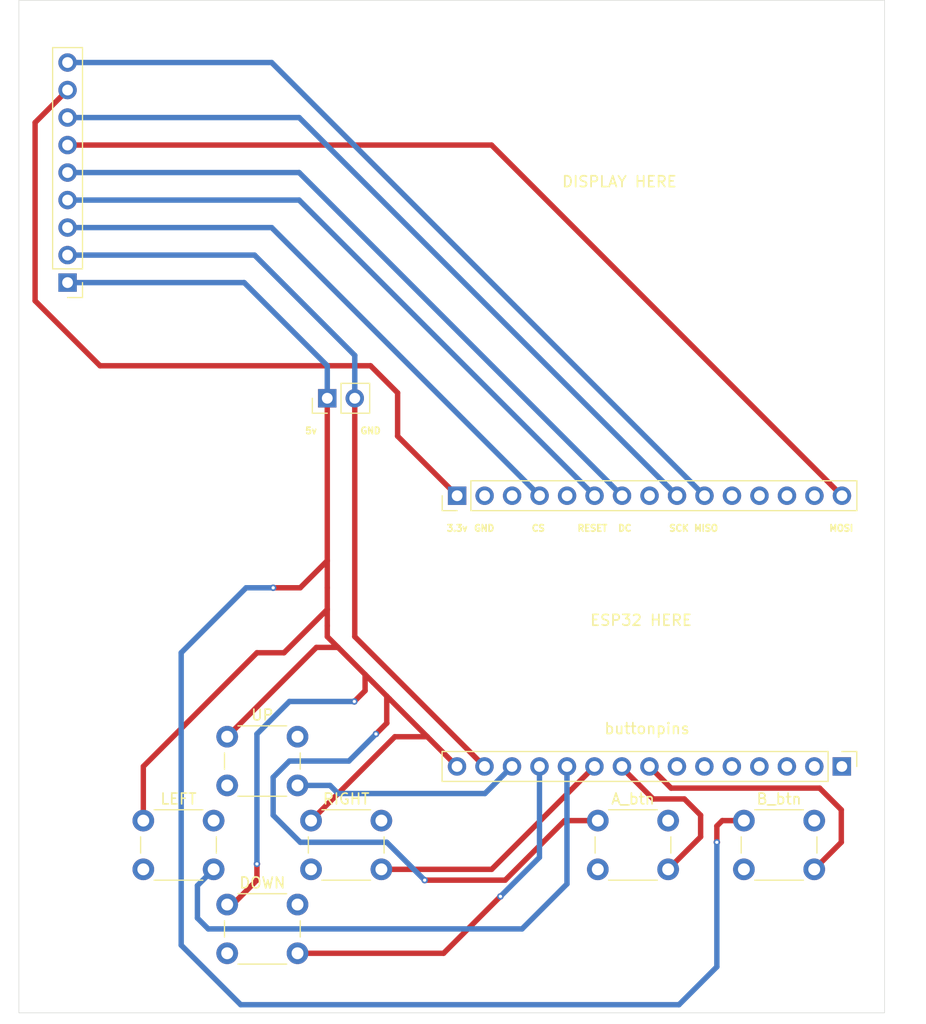
<source format=kicad_pcb>
(kicad_pcb (version 20241229) (generator "pcbnew") (generator_version "9.0")
  (layers (0 "F.Cu" signal) (2 "B.Cu" signal) (13 "F.Paste" user) (15 "B.Paste" user) (5 "F.SilkS" user "F.Silkscreen") (7 "B.SilkS" user "B.Silkscreen") (1 "F.Mask" user) (3 "B.Mask" user) (25 "Edge.Cuts" user))
  (net 0 "")
  (net 1 "Net-(buttonpins1-Pin_9)")
  (net 2 "Net-(J2-Pin_1)")
  (net 3 "Net-(buttonpins1-Pin_8)")
  (net 4 "Net-(buttonpins1-Pin_10)")
  (net 7 "Net-(buttonpins1-Pin_12)")
  (net 13 "Net-(J1-Pin_7)")
  (net 14 "Net-(J1-Pin_10)")
  (net 15 "Net-(J1-Pin_15)")
  (net 16 "Net-(J1-Pin_6)")
  (net 17 "Net-(J1-Pin_9)")
  (net 18 "Net-(J1-Pin_1)")
  (net 19 "Net-(J1-Pin_4)")
  (net 20 "Net-(buttonpins1-Pin_11)")
  (net 21 "Net-(buttonpins1-Pin_13)")
  (net 22 "Net-(J2-Pin_2)")
  (footprint "Connector_PinHeader_2.54mm:PinHeader_1x15_P2.54mm_Vertical" (layer "F.Cu") (at 202.55 120 -90)
    (property "Reference" "buttonpins" (at -3.5 18 0) (layer "F.SilkS"))
    (property "Value" "Conn_01x15_Pin")
    (fp_line (start -1.38 36.94) (end 1.38 36.94) (stroke (width 0.12)) (layer "F.SilkS"))
    (fp_line (start -1.38 1.27) (end -1.38 36.94) (stroke (width 0.12)) (layer "F.SilkS"))
    (fp_line (start -1.38 1.27) (end 1.38 1.27) (stroke (width 0.12)) (layer "F.SilkS"))
    (fp_line (start 1.38 1.27) (end 1.38 36.94) (stroke (width 0.12)) (layer "F.SilkS"))
    (fp_line (start -1.38 0) (end -1.38 -1.38) (stroke (width 0.12)) (layer "F.SilkS"))
    (fp_line (start -1.38 -1.38) (end 0 -1.38) (stroke (width 0.12)) (layer "F.SilkS"))
    (pad "1" thru_hole rect (at 0 0 270) (size 1.7 1.7) (drill 1) (layers "*.Cu" "*.Mask"))
    (pad "2" thru_hole circle (at 0 2.54 270) (size 1.7 1.7) (drill 1) (layers "*.Cu" "*.Mask"))
    (pad "3" thru_hole circle (at 0 5.08 270) (size 1.7 1.7) (drill 1) (layers "*.Cu" "*.Mask"))
    (pad "4" thru_hole circle (at 0 7.62 270) (size 1.7 1.7) (drill 1) (layers "*.Cu" "*.Mask"))
    (pad "5" thru_hole circle (at 0 10.16 270) (size 1.7 1.7) (drill 1) (layers "*.Cu" "*.Mask"))
    (pad "6" thru_hole circle (at 0 12.7 270) (size 1.7 1.7) (drill 1) (layers "*.Cu" "*.Mask"))
    (pad "7" thru_hole circle (at 0 15.24 270) (size 1.7 1.7) (drill 1) (layers "*.Cu" "*.Mask"))
    (pad "8" thru_hole circle (at 0 17.78 270) (size 1.7 1.7) (drill 1) (layers "*.Cu" "*.Mask") (net 3 "Net-(buttonpins1-Pin_8)"))
    (pad "9" thru_hole circle (at 0 20.32 270) (size 1.7 1.7) (drill 1) (layers "*.Cu" "*.Mask") (net 1 "Net-(buttonpins1-Pin_9)"))
    (pad "10" thru_hole circle (at 0 22.86 270) (size 1.7 1.7) (drill 1) (layers "*.Cu" "*.Mask") (net 4 "Net-(buttonpins1-Pin_10)"))
    (pad "11" thru_hole circle (at 0 25.4 270) (size 1.7 1.7) (drill 1) (layers "*.Cu" "*.Mask") (net 20 "Net-(buttonpins1-Pin_11)"))
    (pad "12" thru_hole circle (at 0 27.94 270) (size 1.7 1.7) (drill 1) (layers "*.Cu" "*.Mask") (net 7 "Net-(buttonpins1-Pin_12)"))
    (pad "13" thru_hole circle (at 0 30.48 270) (size 1.7 1.7) (drill 1) (layers "*.Cu" "*.Mask") (net 21 "Net-(buttonpins1-Pin_13)"))
    (pad "14" thru_hole circle (at 0 33.02 270) (size 1.7 1.7) (drill 1) (layers "*.Cu" "*.Mask") (net 2 "Net-(J2-Pin_1)"))
    (pad "15" thru_hole circle (at 0 35.56 270) (size 1.7 1.7) (drill 1) (layers "*.Cu" "*.Mask") (net 22 "Net-(J2-Pin_2)"))
  )
  (footprint "Button_Switch_THT:SW_PUSH_6mm_H5mm" (layer "F.Cu") (at 145.75 117.25)
    (property "Reference" "UP" (at 3.25 -2 0) (layer "F.SilkS"))
    (property "Value" "SW_Push")
    (fp_line (start -0.25 1.5) (end -0.25 3) (stroke (width 0.12)) (layer "F.SilkS"))
    (fp_line (start 1 5.5) (end 5.5 5.5) (stroke (width 0.12)) (layer "F.SilkS"))
    (fp_line (start 5.5 -1) (end 1 -1) (stroke (width 0.12)) (layer "F.SilkS"))
    (fp_line (start 6.75 3) (end 6.75 1.5) (stroke (width 0.12)) (layer "F.SilkS"))
    (pad "1" thru_hole circle (at 0 0 90) (size 2 2) (drill 1.1) (layers "*.Cu" "*.Mask") (net 22 "Net-(J2-Pin_2)"))
    (pad "1" thru_hole circle (at 6.5 0 90) (size 2 2) (drill 1.1) (layers "*.Cu" "*.Mask") (net 22 "Net-(J2-Pin_2)"))
    (pad "2" thru_hole circle (at 0 4.5 90) (size 2 2) (drill 1.1) (layers "*.Cu" "*.Mask") (net 21 "Net-(buttonpins1-Pin_13)"))
    (pad "2" thru_hole circle (at 6.5 4.5 90) (size 2 2) (drill 1.1) (layers "*.Cu" "*.Mask") (net 21 "Net-(buttonpins1-Pin_13)"))
  )
  (footprint "MountingHole:MountingHole_2mm" (layer "F.Cu") (at 139 140)
    (property "Reference" "REF**" (hide yes))
    (property "Value" "MountingHole_2mm")
    (pad "" np_thru_hole circle (at 0 0) (size 2 2) (drill 2) (layers "*.Cu" "*.Mask"))
  )
  (footprint "Button_Switch_THT:SW_PUSH_6mm_H5mm" (layer "F.Cu") (at 138 125)
    (property "Reference" "LEFT" (at 3.25 -2 0) (layer "F.SilkS"))
    (property "Value" "SW_Push")
    (fp_line (start -0.25 1.5) (end -0.25 3) (stroke (width 0.12)) (layer "F.SilkS"))
    (fp_line (start 1 5.5) (end 5.5 5.5) (stroke (width 0.12)) (layer "F.SilkS"))
    (fp_line (start 5.5 -1) (end 1 -1) (stroke (width 0.12)) (layer "F.SilkS"))
    (fp_line (start 6.75 3) (end 6.75 1.5) (stroke (width 0.12)) (layer "F.SilkS"))
    (pad "1" thru_hole circle (at 0 0 90) (size 2 2) (drill 1.1) (layers "*.Cu" "*.Mask") (net 22 "Net-(J2-Pin_2)"))
    (pad "1" thru_hole circle (at 6.5 0 90) (size 2 2) (drill 1.1) (layers "*.Cu" "*.Mask") (net 22 "Net-(J2-Pin_2)"))
    (pad "2" thru_hole circle (at 0 4.5 90) (size 2 2) (drill 1.1) (layers "*.Cu" "*.Mask") (net 20 "Net-(buttonpins1-Pin_11)"))
    (pad "2" thru_hole circle (at 6.5 4.5 90) (size 2 2) (drill 1.1) (layers "*.Cu" "*.Mask") (net 20 "Net-(buttonpins1-Pin_11)"))
  )
  (footprint "Button_Switch_THT:SW_PUSH_6mm_H5mm" (layer "F.Cu") (at 153.5 125)
    (property "Reference" "RIGHT" (at 3.25 -2 0) (layer "F.SilkS"))
    (property "Value" "SW_Push")
    (fp_line (start -0.25 1.5) (end -0.25 3) (stroke (width 0.12)) (layer "F.SilkS"))
    (fp_line (start 1 5.5) (end 5.5 5.5) (stroke (width 0.12)) (layer "F.SilkS"))
    (fp_line (start 5.5 -1) (end 1 -1) (stroke (width 0.12)) (layer "F.SilkS"))
    (fp_line (start 6.75 3) (end 6.75 1.5) (stroke (width 0.12)) (layer "F.SilkS"))
    (pad "1" thru_hole circle (at 0 0 90) (size 2 2) (drill 1.1) (layers "*.Cu" "*.Mask") (net 22 "Net-(J2-Pin_2)"))
    (pad "1" thru_hole circle (at 6.5 0 90) (size 2 2) (drill 1.1) (layers "*.Cu" "*.Mask") (net 22 "Net-(J2-Pin_2)"))
    (pad "2" thru_hole circle (at 0 4.5 90) (size 2 2) (drill 1.1) (layers "*.Cu" "*.Mask") (net 4 "Net-(buttonpins1-Pin_10)"))
    (pad "2" thru_hole circle (at 6.5 4.5 90) (size 2 2) (drill 1.1) (layers "*.Cu" "*.Mask") (net 4 "Net-(buttonpins1-Pin_10)"))
  )
  (footprint "Button_Switch_THT:SW_PUSH_6mm_H5mm" (layer "F.Cu") (at 145.75 132.75)
    (property "Reference" "DOWN" (at 3.25 -2 0) (layer "F.SilkS"))
    (property "Value" "SW_Push")
    (fp_line (start -0.25 1.5) (end -0.25 3) (stroke (width 0.12)) (layer "F.SilkS"))
    (fp_line (start 1 5.5) (end 5.5 5.5) (stroke (width 0.12)) (layer "F.SilkS"))
    (fp_line (start 5.5 -1) (end 1 -1) (stroke (width 0.12)) (layer "F.SilkS"))
    (fp_line (start 6.75 3) (end 6.75 1.5) (stroke (width 0.12)) (layer "F.SilkS"))
    (pad "1" thru_hole circle (at 0 0 90) (size 2 2) (drill 1.1) (layers "*.Cu" "*.Mask") (net 22 "Net-(J2-Pin_2)"))
    (pad "1" thru_hole circle (at 6.5 0 90) (size 2 2) (drill 1.1) (layers "*.Cu" "*.Mask") (net 22 "Net-(J2-Pin_2)"))
    (pad "2" thru_hole circle (at 0 4.5 90) (size 2 2) (drill 1.1) (layers "*.Cu" "*.Mask") (net 7 "Net-(buttonpins1-Pin_12)"))
    (pad "2" thru_hole circle (at 6.5 4.5 90) (size 2 2) (drill 1.1) (layers "*.Cu" "*.Mask") (net 7 "Net-(buttonpins1-Pin_12)"))
  )
  (footprint "Button_Switch_THT:SW_PUSH_6mm_H5mm" (layer "F.Cu") (at 180 125)
    (property "Reference" "A_btn" (at 3.25 -2 0) (layer "F.SilkS"))
    (property "Value" "SW_Push")
    (fp_line (start -0.25 1.5) (end -0.25 3) (stroke (width 0.12)) (layer "F.SilkS"))
    (fp_line (start 1 5.5) (end 5.5 5.5) (stroke (width 0.12)) (layer "F.SilkS"))
    (fp_line (start 5.5 -1) (end 1 -1) (stroke (width 0.12)) (layer "F.SilkS"))
    (fp_line (start 6.75 3) (end 6.75 1.5) (stroke (width 0.12)) (layer "F.SilkS"))
    (pad "1" thru_hole circle (at 0 0 90) (size 2 2) (drill 1.1) (layers "*.Cu" "*.Mask") (net 22 "Net-(J2-Pin_2)"))
    (pad "1" thru_hole circle (at 6.5 0 90) (size 2 2) (drill 1.1) (layers "*.Cu" "*.Mask") (net 22 "Net-(J2-Pin_2)"))
    (pad "2" thru_hole circle (at 0 4.5 90) (size 2 2) (drill 1.1) (layers "*.Cu" "*.Mask") (net 1 "Net-(buttonpins1-Pin_9)"))
    (pad "2" thru_hole circle (at 6.5 4.5 90) (size 2 2) (drill 1.1) (layers "*.Cu" "*.Mask") (net 1 "Net-(buttonpins1-Pin_9)"))
  )
  (footprint "Connector_PinHeader_2.54mm:PinHeader_1x09_P2.54mm_Vertical" (layer "F.Cu") (at 131 75.32 180)
    (property "Reference" "J2" (hide yes))
    (property "Value" "Conn_01x09_Pin")
    (fp_line (start 1.38 1.27) (end 1.38 21.7) (stroke (width 0.12)) (layer "F.SilkS"))
    (fp_line (start -1.38 21.7) (end 1.38 21.7) (stroke (width 0.12)) (layer "F.SilkS"))
    (fp_line (start -1.38 1.27) (end 1.38 1.27) (stroke (width 0.12)) (layer "F.SilkS"))
    (fp_line (start -1.38 1.27) (end -1.38 21.7) (stroke (width 0.12)) (layer "F.SilkS"))
    (fp_line (start -1.38 0) (end -1.38 -1.38) (stroke (width 0.12)) (layer "F.SilkS"))
    (fp_line (start -1.38 -1.38) (end 0 -1.38) (stroke (width 0.12)) (layer "F.SilkS"))
    (pad "1" thru_hole rect (at 0 0 180) (size 1.7 1.7) (drill 1) (layers "*.Cu" "*.Mask") (net 2 "Net-(J2-Pin_1)"))
    (pad "2" thru_hole circle (at 0 2.54 180) (size 1.7 1.7) (drill 1) (layers "*.Cu" "*.Mask") (net 22 "Net-(J2-Pin_2)"))
    (pad "3" thru_hole circle (at 0 5.08 180) (size 1.7 1.7) (drill 1) (layers "*.Cu" "*.Mask") (net 19 "Net-(J1-Pin_4)"))
    (pad "4" thru_hole circle (at 0 7.62 180) (size 1.7 1.7) (drill 1) (layers "*.Cu" "*.Mask") (net 16 "Net-(J1-Pin_6)"))
    (pad "5" thru_hole circle (at 0 10.16 180) (size 1.7 1.7) (drill 1) (layers "*.Cu" "*.Mask") (net 13 "Net-(J1-Pin_7)"))
    (pad "6" thru_hole circle (at 0 12.7 180) (size 1.7 1.7) (drill 1) (layers "*.Cu" "*.Mask") (net 15 "Net-(J1-Pin_15)"))
    (pad "7" thru_hole circle (at 0 15.24 180) (size 1.7 1.7) (drill 1) (layers "*.Cu" "*.Mask") (net 17 "Net-(J1-Pin_9)"))
    (pad "8" thru_hole circle (at 0 17.78 180) (size 1.7 1.7) (drill 1) (layers "*.Cu" "*.Mask") (net 18 "Net-(J1-Pin_1)"))
    (pad "9" thru_hole circle (at 0 20.32 180) (size 1.7 1.7) (drill 1) (layers "*.Cu" "*.Mask") (net 14 "Net-(J1-Pin_10)"))
  )
  (footprint "Connector_PinHeader_2.54mm:PinHeader_1x15_P2.54mm_Vertical" (layer "F.Cu") (at 167 95 90)
    (property "Reference" "J1" (hide yes))
    (property "Value" "Conn_01x15_Pin")
    (fp_line (start -1.38 -1.38) (end 0 -1.38) (stroke (width 0.12)) (layer "F.SilkS"))
    (fp_line (start -1.38 0) (end -1.38 -1.38) (stroke (width 0.12)) (layer "F.SilkS"))
    (fp_line (start 1.38 1.27) (end 1.38 36.94) (stroke (width 0.12)) (layer "F.SilkS"))
    (fp_line (start -1.38 1.27) (end 1.38 1.27) (stroke (width 0.12)) (layer "F.SilkS"))
    (fp_line (start -1.38 1.27) (end -1.38 36.94) (stroke (width 0.12)) (layer "F.SilkS"))
    (fp_line (start -1.38 36.94) (end 1.38 36.94) (stroke (width 0.12)) (layer "F.SilkS"))
    (pad "1" thru_hole rect (at 0 0 90) (size 1.7 1.7) (drill 1) (layers "*.Cu" "*.Mask") (net 18 "Net-(J1-Pin_1)"))
    (pad "2" thru_hole circle (at 0 2.54 90) (size 1.7 1.7) (drill 1) (layers "*.Cu" "*.Mask"))
    (pad "3" thru_hole circle (at 0 5.08 90) (size 1.7 1.7) (drill 1) (layers "*.Cu" "*.Mask"))
    (pad "4" thru_hole circle (at 0 7.62 90) (size 1.7 1.7) (drill 1) (layers "*.Cu" "*.Mask") (net 19 "Net-(J1-Pin_4)"))
    (pad "5" thru_hole circle (at 0 10.16 90) (size 1.7 1.7) (drill 1) (layers "*.Cu" "*.Mask"))
    (pad "6" thru_hole circle (at 0 12.7 90) (size 1.7 1.7) (drill 1) (layers "*.Cu" "*.Mask") (net 16 "Net-(J1-Pin_6)"))
    (pad "7" thru_hole circle (at 0 15.24 90) (size 1.7 1.7) (drill 1) (layers "*.Cu" "*.Mask") (net 13 "Net-(J1-Pin_7)"))
    (pad "8" thru_hole circle (at 0 17.78 90) (size 1.7 1.7) (drill 1) (layers "*.Cu" "*.Mask"))
    (pad "9" thru_hole circle (at 0 20.32 90) (size 1.7 1.7) (drill 1) (layers "*.Cu" "*.Mask") (net 17 "Net-(J1-Pin_9)"))
    (pad "10" thru_hole circle (at 0 22.86 90) (size 1.7 1.7) (drill 1) (layers "*.Cu" "*.Mask") (net 14 "Net-(J1-Pin_10)"))
    (pad "11" thru_hole circle (at 0 25.4 90) (size 1.7 1.7) (drill 1) (layers "*.Cu" "*.Mask"))
    (pad "12" thru_hole circle (at 0 27.94 90) (size 1.7 1.7) (drill 1) (layers "*.Cu" "*.Mask"))
    (pad "13" thru_hole circle (at 0 30.48 90) (size 1.7 1.7) (drill 1) (layers "*.Cu" "*.Mask"))
    (pad "14" thru_hole circle (at 0 33.02 90) (size 1.7 1.7) (drill 1) (layers "*.Cu" "*.Mask"))
    (pad "15" thru_hole circle (at 0 35.56 90) (size 1.7 1.7) (drill 1) (layers "*.Cu" "*.Mask") (net 15 "Net-(J1-Pin_15)"))
  )
  (footprint "MountingHole:MountingHole_2mm" (layer "F.Cu") (at 203 52.5)
    (property "Reference" "REF**" (hide yes))
    (property "Value" "MountingHole_2mm")
    (pad "" np_thru_hole circle (at 0 0) (size 2 2) (drill 2) (layers "*.Cu" "*.Mask"))
  )
  (footprint "Connector_PinHeader_2.54mm:PinHeader_1x02_P2.54mm_Vertical" (layer "F.Cu") (at 155 86 90)
    (property "Reference" "5v" (hide yes))
    (property "Value" "Conn_01x02_Pin")
    (fp_line (start -1.38 -1.38) (end 0 -1.38) (stroke (width 0.12)) (layer "F.SilkS"))
    (fp_line (start -1.38 0) (end -1.38 -1.38) (stroke (width 0.12)) (layer "F.SilkS"))
    (fp_line (start 1.38 1.27) (end 1.38 3.92) (stroke (width 0.12)) (layer "F.SilkS"))
    (fp_line (start -1.38 1.27) (end 1.38 1.27) (stroke (width 0.12)) (layer "F.SilkS"))
    (fp_line (start -1.38 1.27) (end -1.38 3.92) (stroke (width 0.12)) (layer "F.SilkS"))
    (fp_line (start -1.38 3.92) (end 1.38 3.92) (stroke (width 0.12)) (layer "F.SilkS"))
    (pad "1" thru_hole rect (at 0 0 90) (size 1.7 1.7) (drill 1) (layers "*.Cu" "*.Mask") (net 2 "Net-(J2-Pin_1)"))
    (pad "2" thru_hole circle (at 0 2.54 90) (size 1.7 1.7) (drill 1) (layers "*.Cu" "*.Mask") (net 22 "Net-(J2-Pin_2)"))
  )
  (footprint "MountingHole:MountingHole_2mm" (layer "F.Cu") (at 139 86)
    (property "Reference" "REF**" (hide yes))
    (property "Value" "MountingHole_2mm")
    (pad "" np_thru_hole circle (at 0 0) (size 2 2) (drill 2) (layers "*.Cu" "*.Mask"))
  )
  (footprint "MountingHole:MountingHole_2mm" (layer "F.Cu") (at 203 140)
    (property "Reference" "REF**" (hide yes))
    (property "Value" "MountingHole_2mm")
    (pad "" np_thru_hole circle (at 0 0) (size 2 2) (drill 2) (layers "*.Cu" "*.Mask"))
  )
  (footprint "Button_Switch_THT:SW_PUSH_6mm_H5mm" (layer "F.Cu") (at 193.5 125)
    (property "Reference" "B_btn" (at 3.25 -2 0) (layer "F.SilkS"))
    (property "Value" "SW_Push")
    (fp_line (start -0.25 1.5) (end -0.25 3) (stroke (width 0.12)) (layer "F.SilkS"))
    (fp_line (start 1 5.5) (end 5.5 5.5) (stroke (width 0.12)) (layer "F.SilkS"))
    (fp_line (start 5.5 -1) (end 1 -1) (stroke (width 0.12)) (layer "F.SilkS"))
    (fp_line (start 6.75 3) (end 6.75 1.5) (stroke (width 0.12)) (layer "F.SilkS"))
    (pad "1" thru_hole circle (at 0 0 90) (size 2 2) (drill 1.1) (layers "*.Cu" "*.Mask") (net 22 "Net-(J2-Pin_2)"))
    (pad "1" thru_hole circle (at 6.5 0 90) (size 2 2) (drill 1.1) (layers "*.Cu" "*.Mask") (net 22 "Net-(J2-Pin_2)"))
    (pad "2" thru_hole circle (at 0 4.5 90) (size 2 2) (drill 1.1) (layers "*.Cu" "*.Mask") (net 3 "Net-(buttonpins1-Pin_8)"))
    (pad "2" thru_hole circle (at 6.5 4.5 90) (size 2 2) (drill 1.1) (layers "*.Cu" "*.Mask") (net 3 "Net-(buttonpins1-Pin_8)"))
  )
  (gr_rect (start 126.5 49.25) (end 206.5 142.75) (stroke (width 0.05)) (fill no) (layer "Edge.Cuts"))
  (gr_text "GND" (at 169.5 98 0) (layer "F.SilkS") (effects (font (size 0.6 0.6))))
  (gr_text "CS" (at 174.5 98 0) (layer "F.SilkS") (effects (font (size 0.6 0.6))))
  (gr_text "DC\n" (at 182.5 98 0) (layer "F.SilkS") (effects (font (size 0.6 0.6))))
  (gr_text "3.3v" (at 167 98 0) (layer "F.SilkS") (effects (font (size 0.6 0.6))))
  (gr_text "SCK\n" (at 187.5 98 0) (layer "F.SilkS") (effects (font (size 0.6 0.6))))
  (gr_text "5v" (at 153.5 89 0) (layer "F.SilkS") (effects (font (size 0.6 0.6))))
  (gr_text "MOSI\n" (at 202.5 98 0) (layer "F.SilkS") (effects (font (size 0.6 0.6))))
  (gr_text "DISPLAY HERE" (at 182 66 0) (layer "F.SilkS") (effects (font (size 1 1))))
  (gr_text "RESET\n" (at 179.5 98 0) (layer "F.SilkS") (effects (font (size 0.6 0.6))))
  (gr_text "GND" (at 159 89 0) (layer "F.SilkS") (effects (font (size 0.6 0.6))))
  (gr_text "MISO\n" (at 190 98 0) (layer "F.SilkS") (effects (font (size 0.6 0.6))))
  (gr_text "ESP32 HERE" (at 184 106.5 0) (layer "F.SilkS") (effects (font (size 1 1))))
  (segment (start 161.245 117.255) (end 164.245 117.255) (width 0.5) (layer "F.Cu") (net 0))
  (segment (start 152.5 103.5) (end 155 101) (width 0.5) (layer "F.Cu") (net 0))
  (segment (start 169.53 120) (end 157.54 108.01) (width 0.5) (layer "F.Cu") (net 0))
  (segment (start 155 108.01) (end 155 107) (width 0.5) (layer "F.Cu") (net 0))
  (segment (start 155.995 109.005) (end 155 108.01) (width 0.5) (layer "F.Cu") (net 0))
  (segment (start 150 103.5) (end 152.5 103.5) (width 0.5) (layer "F.Cu") (net 0))
  (segment (start 155 101) (end 155 86) (width 0.5) (layer "F.Cu") (net 0))
  (segment (start 155 105.5) (end 155 103.5) (width 0.5) (layer "F.Cu") (net 0))
  (segment (start 153.995 109.005) (end 155.995 109.005) (width 0.5) (layer "F.Cu") (net 0))
  (segment (start 145.75 133.25) (end 148.5 130.5) (width 0.5) (layer "F.Cu") (net 0))
  (segment (start 160.745 113.755) (end 160.495 113.505) (width 0.5) (layer "F.Cu") (net 0))
  (segment (start 155 103.5) (end 155 101) (width 0.5) (layer "F.Cu") (net 0))
  (segment (start 148.5 109.5) (end 138 120) (width 0.5) (layer "F.Cu") (net 0))
  (segment (start 160.495 113.505) (end 159.245 112.255) (width 0.5) (layer "F.Cu") (net 0))
  (segment (start 159.5 117) (end 160.5 116) (width 0.5) (layer "F.Cu") (net 0))
  (segment (start 157.5 114) (end 158.495 113.005) (width 0.5) (layer "F.Cu") (net 0))
  (segment (start 155 105.5) (end 151 109.5) (width 0.5) (layer "F.Cu") (net 0))
  (segment (start 164 130.5) (end 171.437925 130.5) (width 0.5) (layer "F.Cu") (net 0))
  (segment (start 164.245 117.255) (end 160.745 113.755) (width 0.5) (layer "F.Cu") (net 0))
  (segment (start 160.5 116) (end 160.495 115.995) (width 0.5) (layer "F.Cu") (net 0))
  (segment (start 191 125.5) (end 191.5 125) (width 0.5) (layer "F.Cu") (net 0))
  (segment (start 166.99 120) (end 164.245 117.255) (width 0.5) (layer "F.Cu") (net 0))
  (segment (start 158.495 113.005) (end 158.495 111.505) (width 0.5) (layer "F.Cu") (net 0))
  (segment (start 191 127) (end 191 125.5) (width 0.5) (layer "F.Cu") (net 0))
  (segment (start 176.937925 125) (end 180 125) (width 0.5) (layer "F.Cu") (net 0))
  (segment (start 160.495 115.995) (end 160.495 113.505) (width 0.5) (layer "F.Cu") (net 0))
  (segment (start 145.75 117.25) (end 153.995 109.005) (width 0.5) (layer "F.Cu") (net 0))
  (segment (start 153.5 125) (end 161.245 117.255) (width 0.5) (layer "F.Cu") (net 0))
  (segment (start 171.437925 130.5) (end 176.937925 125) (width 0.5) (layer "F.Cu") (net 0))
  (segment (start 148.5 130.5) (end 148.5 129) (width 0.5) (layer "F.Cu") (net 0))
  (segment (start 159.245 112.255) (end 158.495 111.505) (width 0.5) (layer "F.Cu") (net 0))
  (segment (start 155 107) (end 155 105.5) (width 0.5) (layer "F.Cu") (net 0))
  (segment (start 191.5 125) (end 193.5 125) (width 0.5) (layer "F.Cu") (net 0))
  (segment (start 138 120) (end 138 125) (width 0.5) (layer "F.Cu") (net 0))
  (segment (start 151 109.5) (end 148.5 109.5) (width 0.5) (layer "F.Cu") (net 0))
  (segment (start 158.495 111.505) (end 155.995 109.005) (width 0.5) (layer "F.Cu") (net 0))
  (segment (start 157.54 108.01) (end 157.54 86) (width 0.5) (layer "F.Cu") (net 0))
  (via (at 191 127) (size 0.6) (drill 0.3) (layers "F.Cu" "B.Cu") (net 0))
  (via (at 159.5 117) (size 0.6) (drill 0.3) (layers "F.Cu" "B.Cu") (net 0))
  (via (at 150 103.5) (size 0.6) (drill 0.3) (layers "F.Cu" "B.Cu") (net 0))
  (via (at 164 130.5) (size 0.6) (drill 0.3) (layers "F.Cu" "B.Cu") (net 0))
  (via (at 148.5 129) (size 0.6) (drill 0.3) (layers "F.Cu" "B.Cu") (net 0))
  (via (at 157.5 114) (size 0.6) (drill 0.3) (layers "F.Cu" "B.Cu") (net 0))
  (segment (start 148.5 117) (end 151.5 114) (width 0.5) (layer "B.Cu") (net 0))
  (segment (start 148.5 129) (end 148.5 117) (width 0.5) (layer "B.Cu") (net 0))
  (segment (start 150 121) (end 151.5 119.5) (width 0.5) (layer "B.Cu") (net 0))
  (segment (start 187.5 142) (end 147 142) (width 0.5) (layer "B.Cu") (net 0))
  (segment (start 152.5 127) (end 150 124.5) (width 0.5) (layer "B.Cu") (net 0))
  (segment (start 157 119.5) (end 159.5 117) (width 0.5) (layer "B.Cu") (net 0))
  (segment (start 151.5 114) (end 157.5 114) (width 0.5) (layer "B.Cu") (net 0))
  (segment (start 191 138.5) (end 187.5 142) (width 0.5) (layer "B.Cu") (net 0))
  (segment (start 147 142) (end 141.5 136.5) (width 0.5) (layer "B.Cu") (net 0))
  (segment (start 164 130.5) (end 160.5 127) (width 0.5) (layer "B.Cu") (net 0))
  (segment (start 141.5 109.5) (end 147.5 103.5) (width 0.5) (layer "B.Cu") (net 0))
  (segment (start 147.5 103.5) (end 150 103.5) (width 0.5) (layer "B.Cu") (net 0))
  (segment (start 151.5 119.5) (end 157 119.5) (width 0.5) (layer "B.Cu") (net 0))
  (segment (start 160.5 127) (end 152.5 127) (width 0.5) (layer "B.Cu") (net 0))
  (segment (start 150 124.5) (end 150 121) (width 0.5) (layer "B.Cu") (net 0))
  (segment (start 141.5 136.5) (end 141.5 109.5) (width 0.5) (layer "B.Cu") (net 0))
  (segment (start 191 127) (end 191 138.5) (width 0.5) (layer "B.Cu") (net 0))
  (segment (start 188 123) (end 185.115 123) (width 0.5) (layer "F.Cu") (net 1))
  (segment (start 182.23 120.115) (end 182.23 120) (width 0.5) (layer "F.Cu") (net 1))
  (segment (start 186.5 129.5) (end 189.5 126.5) (width 0.5) (layer "F.Cu") (net 1))
  (segment (start 189.5 124.5) (end 188 123) (width 0.5) (layer "F.Cu") (net 1))
  (segment (start 189.5 126.5) (end 189.5 124.5) (width 0.5) (layer "F.Cu") (net 1))
  (segment (start 185.115 123) (end 182.23 120.115) (width 0.5) (layer "F.Cu") (net 1))
  (segment (start 147.32 75.32) (end 131 75.32) (width 0.5) (layer "B.Cu") (net 2))
  (segment (start 155 86) (end 155 83) (width 0.5) (layer "B.Cu") (net 2))
  (segment (start 155 83) (end 147.32 75.32) (width 0.5) (layer "B.Cu") (net 2))
  (segment (start 200.5 122) (end 186.77 122) (width 0.5) (layer "F.Cu") (net 3))
  (segment (start 202.5 124) (end 200.5 122) (width 0.5) (layer "F.Cu") (net 3))
  (segment (start 186.77 122) (end 184.77 120) (width 0.5) (layer "F.Cu") (net 3))
  (segment (start 200 129.5) (end 202.5 127) (width 0.5) (layer "F.Cu") (net 3))
  (segment (start 202.5 127) (end 202.5 124) (width 0.5) (layer "F.Cu") (net 3))
  (segment (start 179.69 120) (end 170.19 129.5) (width 0.5) (layer "F.Cu") (net 4))
  (segment (start 170.19 129.5) (end 160 129.5) (width 0.5) (layer "F.Cu") (net 4))
  (segment (start 165.75 137.25) (end 152.25 137.25) (width 0.5) (layer "F.Cu") (net 7))
  (segment (start 171 132) (end 165.75 137.25) (width 0.5) (layer "F.Cu") (net 7))
  (via (at 171 132) (size 0.6) (drill 0.3) (layers "F.Cu" "B.Cu") (net 7))
  (segment (start 171 132) (end 174.61 128.39) (width 0.5) (layer "B.Cu") (net 7))
  (segment (start 174.61 128.39) (end 174.61 120) (width 0.5) (layer "B.Cu") (net 7))
  (segment (start 152.4 65.16) (end 131 65.16) (width 0.5) (layer "B.Cu") (net 13))
  (segment (start 182.24 95) (end 152.4 65.16) (width 0.5) (layer "B.Cu") (net 13))
  (segment (start 189.86 95) (end 149.86 55) (width 0.5) (layer "B.Cu") (net 14))
  (segment (start 149.86 55) (end 131 55) (width 0.5) (layer "B.Cu") (net 14))
  (segment (start 170.18 62.62) (end 131 62.62) (width 0.5) (layer "F.Cu") (net 15))
  (segment (start 202.56 95) (end 170.18 62.62) (width 0.5) (layer "F.Cu") (net 15))
  (segment (start 179.7 95) (end 152.4 67.7) (width 0.5) (layer "B.Cu") (net 16))
  (segment (start 152.4 67.7) (end 131 67.7) (width 0.5) (layer "B.Cu") (net 16))
  (segment (start 152.4 60.08) (end 131 60.08) (width 0.5) (layer "B.Cu") (net 17))
  (segment (start 187.32 95) (end 152.4 60.08) (width 0.5) (layer "B.Cu") (net 17))
  (segment (start 161.5 85.5) (end 159 83) (width 0.5) (layer "F.Cu") (net 18))
  (segment (start 134 83) (end 128 77) (width 0.5) (layer "F.Cu") (net 18))
  (segment (start 161.5 89.5) (end 161.5 85.5) (width 0.5) (layer "F.Cu") (net 18))
  (segment (start 128 60.54) (end 131 57.54) (width 0.5) (layer "F.Cu") (net 18))
  (segment (start 128 77) (end 128 60.54) (width 0.5) (layer "F.Cu") (net 18))
  (segment (start 167 95) (end 161.5 89.5) (width 0.5) (layer "F.Cu") (net 18))
  (segment (start 159 83) (end 134 83) (width 0.5) (layer "F.Cu") (net 18))
  (segment (start 174.62 95) (end 149.86 70.24) (width 0.5) (layer "B.Cu") (net 19))
  (segment (start 149.86 70.24) (end 131 70.24) (width 0.5) (layer "B.Cu") (net 19))
  (segment (start 143 131) (end 143 134) (width 0.5) (layer "B.Cu") (net 20))
  (segment (start 144 135) (end 173 135) (width 0.5) (layer "B.Cu") (net 20))
  (segment (start 177.15 130.85) (end 177.15 120) (width 0.5) (layer "B.Cu") (net 20))
  (segment (start 173 135) (end 177.15 130.85) (width 0.5) (layer "B.Cu") (net 20))
  (segment (start 143 134) (end 144 135) (width 0.5) (layer "B.Cu") (net 20))
  (segment (start 144.5 129.5) (end 143 131) (width 0.5) (layer "B.Cu") (net 20))
  (segment (start 152.25 121.75) (end 155.25 121.75) (width 0.5) (layer "B.Cu") (net 21))
  (segment (start 156 122.5) (end 169.57 122.5) (width 0.5) (layer "B.Cu") (net 21))
  (segment (start 169.57 122.5) (end 172.07 120) (width 0.5) (layer "B.Cu") (net 21))
  (segment (start 155.25 121.75) (end 156 122.5) (width 0.5) (layer "B.Cu") (net 21))
  (segment (start 144.5 125) (end 144 124.5) (width 0.5) (layer "F.Cu") (net 22))
  (segment (start 148.28 72.78) (end 131 72.78) (width 0.5) (layer "B.Cu") (net 22))
  (segment (start 157.54 82.04) (end 148.28 72.78) (width 0.5) (layer "B.Cu") (net 22))
  (segment (start 157.54 86) (end 157.54 82.04) (width 0.5) (layer "B.Cu") (net 22))
)
</source>
